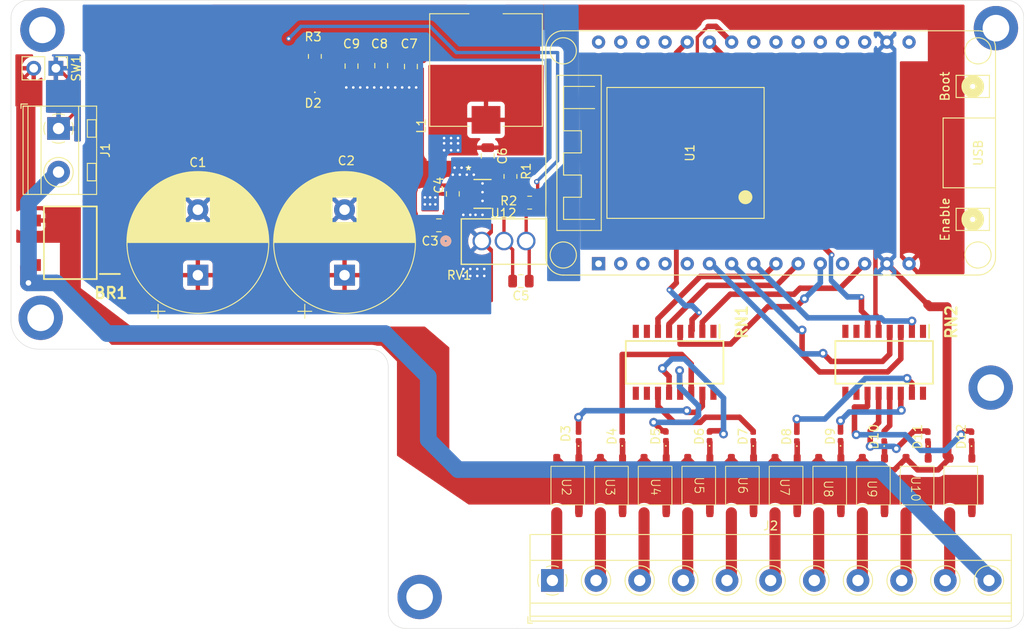
<source format=kicad_pcb>
(kicad_pcb (version 20240108) (generator "pcbnew") (generator_version "8.0")
  (layers (0 "F.Cu" signal) (31 "B.Cu" signal) (34 "B.Paste" user) (35 "F.Paste" user) (36 "B.SilkS" user "B.Silkscreen") (37 "F.SilkS" user "F.Silkscreen") (38 "B.Mask" user) (39 "F.Mask" user) (44 "Edge.Cuts" user))
  (net 0 "")
  (net 1 "VCC")
  (net 8 "/Vin")
  (net 9 "Net-(D2-A)")
  (net 21 "FB")
  (net 22 "Net-(D3-A)")
  (net 23 "Net-(C5-Pad1)")
  (net 24 "Net-(J2-Pin_3)")
  (net 25 "Net-(J2-Pin_8)")
  (net 26 "Net-(J2-Pin_6)")
  (net 27 "Net-(J2-Pin_1)")
  (net 28 "Net-(J2-Pin_4)")
  (net 29 "Net-(J2-Pin_5)")
  (net 30 "Net-(J2-Pin_2)")
  (net 31 "Net-(J2-Pin_7)")
  (net 32 "Net-(J2-Pin_10)")
  (net 33 "Net-(J2-Pin_9)")
  (net 34 "Net-(D3-K)")
  (net 36 "Net-(D4-A)")
  (net 37 "Net-(U1-IO21)")
  (net 38 "Net-(U1-IO13)")
  (net 40 "Net-(U1-IO14)")
  (net 41 "Net-(U1-IO26)")
  (net 43 "Net-(U1-IO27)")
  (net 45 "Net-(D4-K)")
  (net 47 "Net-(D5-K)")
  (net 48 "Net-(D5-A)")
  (net 50 "Net-(D6-K)")
  (net 51 "Net-(D6-A)")
  (net 52 "Net-(D7-K)")
  (net 53 "Net-(U1-IO33)")
  (net 55 "Net-(U1-IO32)")
  (net 58 "Net-(D7-A)")
  (net 60 "Net-(U1-IO18)")
  (net 62 "Net-(D8-A)")
  (net 63 "Net-(U1-IO25)")
  (net 64 "Net-(D8-K)")
  (net 65 "Net-(U1-IO19)")
  (net 67 "GND")
  (net 68 "Net-(D9-A)")
  (net 69 "Net-(D9-K)")
  (net 70 "Net-(D10-A)")
  (net 71 "Net-(D10-K)")
  (net 72 "Net-(D11-A)")
  (net 73 "Net-(D11-K)")
  (net 74 "Net-(D12-K)")
  (net 75 "Net-(D12-A)")
  (net 76 "SW")
  (net 77 "GNDPWR")
  (net 78 "AC")
  (net 79 "Net-(C6-Pad2)")
  (net 80 "BOOT")
  (net 82 "AC_to_SW")
  (footprint "Capacitor_SMD:C_0805_2012Metric" (layer "F.Cu") (at 147.6 102.2 90)
    (property "Reference" "C4")
    (property "Value" "10uF")
  )
  (footprint "esp32_devkit_v1:esp32_devkit_v1" (layer "F.Cu") (at 164.29 97.5 90)
    (property "Reference" "U1")
    (property "Value" "ESP32_DevKit_V1_DOIT")
  )
  (footprint "Capacitor_SMD:C_0805_2012Metric" (layer "F.Cu") (at 146 105.8 180)
    (property "Reference" "C3")
    (property "Value" "100nF")
  )
  (footprint "LED_SMD:LED_0402_1005Metric" (layer "F.Cu") (at 162 130 90)
    (property "Reference" "D3")
    (property "Value" "LED")
  )
  (footprint "SSR:OR-M4XXA" (layer "F.Cu") (at 162.04 132.5 -90)
    (property "Reference" "U2")
    (property "Value" "~")
  )
  (footprint "LED_SMD:LED_0402_1005Metric" (layer "F.Cu") (at 192 129.985 90)
    (property "Reference" "D9")
    (property "Value" "LED")
  )
  (footprint "SSR:OR-M4XXA" (layer "F.Cu") (at 207.04 132.5 -90)
    (property "Reference" "U11" (hide yes))
    (property "Value" "~")
  )
  (footprint "Capacitor_SMD:C_0805_2012Metric" (layer "F.Cu") (at 155.4 112.2 180)
    (property "Reference" "C5")
    (property "Value" "C")
  )
  (footprint "Connector_PinHeader_2.54mm:PinHeader_1x02_P2.54mm_Vertical" (layer "F.Cu") (at 102.14 87.8 -90)
    (property "Reference" "SW1")
    (property "Value" "SW_SPST" (hide yes))
  )
  (footprint "Potentiometer:RES3_PV36W103C01B00_BRN" (layer "F.Cu") (at 150.92 107.6)
    (property "Reference" "RV1")
    (property "Value" "25k")
  )
  (footprint "Capacitor_SMD:C_0805_2012Metric" (layer "F.Cu") (at 136 87.55 -90)
    (property "Reference" "C9")
    (property "Value" "100nF")
  )
  (footprint "LED_SMD:LED_0402_1005Metric" (layer "F.Cu") (at 182 130 90)
    (property "Reference" "D7")
    (property "Value" "LED")
  )
  (footprint "Bridge_rectifier:SOP510P1040X260-4N" (layer "F.Cu") (at 103.8 107.8 180)
    (property "Reference" "BR1")
    (property "Value" "DF04S" (hide yes))
  )
  (footprint "Capacitor_SMD:C_0805_2012Metric" (layer "F.Cu") (at 139.4 87.5 -90)
    (property "Reference" "C8")
    (property "Value" "22uF")
  )
  (footprint "TerminalBlock_Phoenix:TerminalBlock_Phoenix_MKDS-1,5-11_1x11_P5.00mm_Horizontal" (layer "F.Cu") (at 159 146.5)
    (property "Reference" "J2")
    (property "Value" "Screw_Terminal_01x11")
  )
  (footprint "SSR:OR-M4XXA" (layer "F.Cu") (at 202.04 132.5 -90)
    (property "Reference" "U10")
    (property "Value" "~")
  )
  (footprint "LED_SMD:LED_0402_1005Metric" (layer "F.Cu") (at 167 129.985 90)
    (property "Reference" "D4")
    (property "Value" "LED")
  )
  (footprint "LED_SMD:LED_0402_1005Metric" (layer "F.Cu") (at 187 130.015 90)
    (property "Reference" "D8")
    (property "Value" "LED")
  )
  (footprint "LED_SMD:LED_0402_1005Metric" (layer "F.Cu") (at 177 129.985 90)
    (property "Reference" "D6")
    (property "Value" "LED")
  )
  (footprint "LED_SMD:LED_0402_1005Metric" (layer "F.Cu") (at 207 130.015 90)
    (property "Reference" "D12")
    (property "Value" "LED")
  )
  (footprint "Resistor_Network:SOIC127P762X240-16N" (layer "F.Cu") (at 197 121.5 -90)
    (property "Reference" "RN2")
    (property "Value" "4816P-T02-681LF" (hide yes))
  )
  (footprint "LED_SMD:LED_0402_1005Metric" (layer "F.Cu") (at 202 130.015 90)
    (property "Reference" "D11")
    (property "Value" "LED")
  )
  (footprint "Resistor_Network:SOIC127P762X240-16N" (layer "F.Cu") (at 173 121.5 -90)
    (property "Reference" "RN1")
    (property "Value" "4816P-T02-681LF" (hide yes))
  )
  (footprint "Resistor_SMD:R_0805_2012Metric" (layer "F.Cu") (at 131.8 86.4375 -90)
    (property "Reference" "R3")
    (property "Value" "1k")
  )
  (footprint "LED_SMD:LED_0402_1005Metric" (layer "F.Cu") (at 197 130.015 90)
    (property "Reference" "D10")
    (property "Value" "LED")
  )
  (footprint "Capacitor_SMD:C_0805_2012Metric" (layer "F.Cu") (at 151.6 97.85 -90)
    (property "Reference" "C6")
    (property "Value" "100nF")
  )
  (footprint "Capacitor_SMD:C_0805_2012Metric" (layer "F.Cu") (at 142.8 87.6 -90)
    (property "Reference" "C7")
    (property "Value" "22uF")
  )
  (footprint "SSR:OR-M4XXA" (layer "F.Cu") (at 187.04 132.5 -90)
    (property "Reference" "U7")
    (property "Value" "~")
  )
  (footprint "SSR:OR-M4XXA" (layer "F.Cu") (at 172.04 132.5 -90)
    (property "Reference" "U4")
    (property "Value" "~")
  )
  (footprint "Inductor_SMD:L_Vishay_IHLP-5050" (layer "F.Cu") (at 151.4 88 90)
    (property "Reference" "L1")
    (property "Value" "15uH")
  )
  (footprint "SSR:OR-M4XXA" (layer "F.Cu") (at 197.04 132.5 -90)
    (property "Reference" "U9")
    (property "Value" "~")
  )
  (footprint "SSR:OR-M4XXA" (layer "F.Cu") (at 182.04 132.5 -90)
    (property "Reference" "U6")
    (property "Value" "~")
  )
  (footprint "LED_SMD:LED_0402_1005Metric" (layer "F.Cu") (at 131.8 89.465 90)
    (property "Reference" "D2")
    (property "Value" "LED")
  )
  (footprint "SSR:OR-M4XXA" (layer "F.Cu") (at 177.04 132.5 -90)
    (property "Reference" "U5")
    (property "Value" "~")
  )
  (footprint "footprints:TSOT23-6-A_TPK" (layer "F.Cu") (at 151 102.2)
    (property "Reference" "U12")
    (property "Value" "TPP362081-T6TR")
  )
  (footprint "Resistor_SMD:R_0805_2012Metric" (layer "F.Cu") (at 156.4 103.2 180)
    (property "Reference" "R2")
    (property "Value" "49.9")
  )
  (footprint "SSR:OR-M4XXA" (layer "F.Cu") (at 192.04 132.5 -90)
    (property "Reference" "U8")
    (property "Value" "~")
  )
  (footprint "Capacitor_THT:CP_Radial_D16.0mm_P7.50mm" (layer "F.Cu") (at 118.4 111.512755 90)
    (property "Reference" "C1")
    (property "Value" "1000uF")
  )
  (footprint "Resistor_SMD:R_0805_2012Metric" (layer "F.Cu") (at 154.2 100.2 -90)
    (property "Reference" "R1")
    (property "Value" "0")
  )
  (footprint "LED_SMD:LED_0402_1005Metric" (layer "F.Cu") (at 172 129.985 90)
    (property "Reference" "D5")
    (property "Value" "LED")
  )
  (footprint "SSR:OR-M4XXA" (layer "F.Cu") (at 167.04 132.5 -90)
    (property "Reference" "U3")
    (property "Value" "~")
  )
  (footprint "Capacitor_THT:CP_Radial_D16.0mm_P7.50mm" (layer "F.Cu") (at 135.2 111.512755 90)
    (property "Reference" "C2")
    (property "Value" "1000uF")
  )
  (footprint "TerminalBlock_MetzConnect:TerminalBlock_MetzConnect_Type094_RT03502HBLU_1x02_P5.00mm_Horizontal" (layer "F.Cu") (at 102.445 94.7 -90)
    (property "Reference" "J1")
    (property "Value" "Screw_Terminal_01x02" (hide yes))
  )
  (gr_line (start 140.2 122) (end 140.2 150) (stroke (width 0.05)) (layer "Edge.Cuts"))
  (gr_arc (start 138.2 120) (mid 139.614214 120.585786) (end 140.2 122) (stroke (width 0.05)) (layer "Edge.Cuts"))
  (gr_line (start 99 80) (end 211 80) (stroke (width 0.05)) (layer "Edge.Cuts"))
  (gr_arc (start 97 82) (mid 97.585786 80.585786) (end 99 80) (stroke (width 0.05)) (layer "Edge.Cuts"))
  (gr_line (start 100.2 120) (end 138.2 120) (stroke (width 0.05)) (layer "Edge.Cuts"))
  (gr_arc (start 142.2 152) (mid 140.785786 151.414214) (end 140.2 150) (stroke (width 0.05)) (layer "Edge.Cuts"))
  (gr_line (start 97 116.8) (end 97 82) (stroke (width 0.05)) (layer "Edge.Cuts"))
  (gr_arc (start 213 150) (mid 212.414214 151.414214) (end 211 152) (stroke (width 0.05)) (layer "Edge.Cuts"))
  (gr_arc (start 100.2 120) (mid 97.937258 119.062742) (end 97 116.8) (stroke (width 0.05)) (layer "Edge.Cuts"))
  (gr_arc (start 211 80) (mid 212.414214 80.585786) (end 213 82) (stroke (width 0.05)) (layer "Edge.Cuts"))
  (gr_line (start 213 82) (end 213 150) (stroke (width 0.05)) (layer "Edge.Cuts"))
  (gr_line (start 211 152) (end 155 152) (stroke (width 0.05)) (layer "Edge.Cuts"))
  (gr_line (start 155 152) (end 142.2 152) (stroke (width 0.05)) (layer "Edge.Cuts"))
  (via (at 100.6 83.4) (size 5.08) (drill 3.048) (layers "F.Cu" "B.Cu") (net 0))
  (via (at 143.8 148.4) (size 5.08) (drill 3.048) (layers "F.Cu" "B.Cu") (net 0))
  (via (at 209.2 124.4) (size 5.08) (drill 3.048) (layers "F.Cu" "B.Cu") (net 0))
  (via (at 100.4 116.4) (size 5.08) (drill 3.048) (layers "F.Cu" "B.Cu") (net 0))
  (via (at 209.8 83.2) (size 5.08) (drill 3.048) (layers "F.Cu" "B.Cu") (net 0))
  (segment (start 157.3125 100.9125) (end 157.2 100.8) (width 0.381) (layer "F.Cu") (net 1))
  (segment (start 157.3125 103.2) (end 157.3125 100.9125) (width 0.381) (layer "F.Cu") (net 1))
  (via (at 128.8 84.4) (size 0.6) (drill 0.3) (layers "F.Cu" "B.Cu") (net 1))
  (via (at 157.2 100.8) (size 0.6) (drill 0.3) (layers "F.Cu" "B.Cu") (net 1))
  (segment (start 157.2 100.8) (end 159.6 98.4) (width 0.381) (layer "B.Cu") (net 1))
  (segment (start 130.2 83) (end 128.8 84.4) (width 0.381) (layer "B.Cu") (net 1))
  (segment (start 145 83) (end 130.2 83) (width 0.381) (layer "B.Cu") (net 1))
  (segment (start 148 86) (end 145 83) (width 0.381) (layer "B.Cu") (net 1))
  (segment (start 159.6 98.4) (end 159.6 86) (width 0.381) (layer "B.Cu") (net 1))
  (segment (start 159.6 86) (end 148 86) (width 0.381) (layer "B.Cu") (net 1))
  (segment (start 131.8 87.35) (end 131.8 88.98) (width 0.381) (layer "F.Cu") (net 9))
  (segment (start 153.46 104.257451) (end 152.35255 103.150001) (width 0.381) (layer "F.Cu") (net 21))
  (segment (start 153.46 107.6) (end 153.46 104.257451) (width 0.381) (layer "F.Cu") (net 21))
  (segment (start 154.45 112.2) (end 154.45 108.59) (width 0.381) (layer "F.Cu") (net 21))
  (segment (start 154.45 108.59) (end 153.46 107.6) (width 0.381) (layer "F.Cu") (net 21))
  (segment (start 174.5905 127.2365) (end 174.4 127.046) (width 0.635) (layer "F.Cu") (net 22))
  (segment (start 175.47 127.2365) (end 174.5905 127.2365) (width 0.635) (layer "F.Cu") (net 22))
  (segment (start 162 127.8) (end 162 129.3645) (width 0.635) (layer "F.Cu") (net 22))
  (segment (start 176.175 126.5315) (end 175.47 127.2365) (width 0.635) (layer "F.Cu") (net 22))
  (segment (start 176.175 125.048) (end 176.175 126.5315) (width 0.635) (layer "F.Cu") (net 22))
  (via (at 174.4 127.046) (size 1.016) (drill 0.508) (layers "F.Cu" "B.Cu") (net 22))
  (via (at 162 127.8) (size 1.016) (drill 0.508) (layers "F.Cu" "B.Cu") (net 22))
  (segment (start 162.754 127.046) (end 162 127.8) (width 0.635) (layer "B.Cu") (net 22))
  (segment (start 174.4 127.046) (end 162.754 127.046) (width 0.635) (layer "B.Cu") (net 22))
  (segment (start 156 103.7125) (end 155.4875 103.2) (width 0.381) (layer "F.Cu") (net 23))
  (segment (start 156.35 107.95) (end 156 107.6) (width 0.381) (layer "F.Cu") (net 23))
  (segment (start 156 107.6) (end 156 103.7125) (width 0.381) (layer "F.Cu") (net 23))
  (segment (start 156.35 112.2) (end 156.35 107.95) (width 0.381) (layer "F.Cu") (net 23))
  (segment (start 169.5 146.5) (end 169.5 138.75) (width 1.27) (layer "F.Cu") (net 24))
  (segment (start 194.5 146.5) (end 194.5 138.75) (width 1.27) (layer "F.Cu") (net 25))
  (segment (start 184.5 146.5) (end 184.5 138.75) (width 1.27) (layer "F.Cu") (net 26))
  (segment (start 159.5 146.5) (end 159.5 138.75) (width 1.27) (layer "F.Cu") (net 27))
  (segment (start 174.5 146.5) (end 174.5 138.75) (width 1.27) (layer "F.Cu") (net 28))
  (segment (start 179.5 146.5) (end 179.5 138.75) (width 1.27) (layer "F.Cu") (net 29))
  (segment (start 164.5 146.5) (end 164.5 138.75) (width 1.27) (layer "F.Cu") (net 30))
  (segment (start 189.5 146.5) (end 189.5 138.75) (width 1.27) (layer "F.Cu") (net 31))
  (segment (start 204.5 146.5) (end 204.5 138.75) (width 1.27) (layer "F.Cu") (net 32))
  (segment (start 199.5 146.5) (end 199.5 138.75) (width 1.27) (layer "F.Cu") (net 33))
  (segment (start 162.04 130.6755) (end 162 130.6355) (width 0.635) (layer "F.Cu") (net 34))
  (segment (start 162.04 132.5) (end 162.04 130.6755) (width 0.635) (layer "F.Cu") (net 34))
  (segment (start 167 120.6) (end 167 129.3495) (width 0.635) (layer "F.Cu") (net 36))
  (segment (start 174.905 121.705) (end 173.8 120.6) (width 0.635) (layer "F.Cu") (net 36))
  (segment (start 173.8 120.6) (end 167 120.6) (width 0.635) (layer "F.Cu") (net 36))
  (segment (start 174.905 125.048) (end 174.905 121.705) (width 0.635) (layer "F.Cu") (net 36))
  (segment (start 175 117.857) (end 174.905 117.952) (width 0.635) (layer "F.Cu") (net 37))
  (segment (start 173.2 86.05) (end 173.2 112.4) (width 0.5588) (layer "F.Cu") (net 37))
  (segment (start 175.8 115.8) (end 175 116.6) (width 0.635) (layer "F.Cu") (net 37))
  (segment (start 174.45 84.8) (end 173.2 86.05) (width 0.635) (layer "F.Cu") (net 37))
  (segment (start 173.2 112.4) (end 172.4 113.2) (width 0.635) (layer "F.Cu") (net 37))
  (segment (start 175 116.6) (end 175 117.857) (width 0.635) (layer "F.Cu") (net 37))
  (via (at 175.8 115.8) (size 0.6) (drill 0.3) (layers "F.Cu" "B.Cu") (net 37))
  (via (at 172.4 113.2) (size 0.6) (drill 0.3) (layers "F.Cu" "B.Cu") (net 37))
  (segment (start 175.015996 115.015996) (end 174.215996 115.015996) (width 0.635) (layer "B.Cu") (net 37))
  (segment (start 174.215996 115.015996) (end 172.4 113.2) (width 0.635) (layer "B.Cu") (net 37))
  (segment (start 175.8 115.8) (end 175.015996 115.015996) (width 0.635) (layer "B.Cu") (net 37))
  (segment (start 179.375 113.698) (end 176.175 116.898) (width 0.635) (layer "F.Cu") (net 38))
  (segment (start 191.96 113.01) (end 187.366 113.01) (width 0.635) (layer "F.Cu") (net 38))
  (segment (start 187.366 113.01) (end 186.679 113.698) (width 0.635) (layer "F.Cu") (net 38))
  (segment (start 194.77 110.2) (end 191.96 113.01) (width 0.635) (layer "F.Cu") (net 38))
  (segment (start 186.679 113.698) (end 179.375 113.698) (width 0.635) (layer "F.Cu") (net 38))
  (segment (start 176.175 116.898) (end 176.175 117.952) (width 0.635) (layer "F.Cu") (net 38))
  (segment (start 183.688 115.128) (end 186.957 115.128) (width 0.635) (layer "F.Cu") (net 40))
  (segment (start 186.957 115.128) (end 187.867 114.218) (width 0.635) (layer "F.Cu") (net 40))
  (segment (start 173.635 117.952) (end 173.635 119.405) (width 0.635) (layer "F.Cu") (net 40))
  (segment (start 179.412 119.405) (end 183.688 115.128) (width 0.635) (layer "F.Cu") (net 40))
  (segment (start 173.635 119.405) (end 179.412 119.405) (width 0.635) (layer "F.Cu") (net 40))
  (via (at 187.867 114.218) (size 1.016) (drill 0.508) (layers "F.Cu" "B.Cu") (net 40))
  (segment (start 189.69 112.395) (end 187.867 114.218) (width 0.635) (layer "B.Cu") (net 40))
  (segment (start 189.69 110.2) (end 189.69 112.395) (width 0.635) (layer "B.Cu") (net 40))
  (segment (start 183.148 111.662) (end 175.932 111.662) (width 0.635) (layer "F.Cu") (net 41))
  (segment (start 175.932 111.662) (end 171.095 116.499) (width 0.635) (layer "F.Cu") (net 41))
  (segment (start 171.095 116.499) (end 171.095 117.952) (width 0.635) (layer "F.Cu") (net 41))
  (segment (start 184.61 110.2) (end 183.148 111.662) (width 0.635) (layer "F.Cu") (net 41))
  (segment (start 187.15 110.2) (end 184.67 112.68) (width 0.635) (layer "F.Cu") (net 43))
  (segment (start 176.803 112.68) (end 172.365 117.118) (width 0.635) (layer "F.Cu") (net 43))
  (segment (start 184.67 112.68) (end 176.803 112.68) (width 0.635) (layer "F.Cu") (net 43))
  (segment (start 172.365 117.118) (end 172.365 117.952) (width 0.635) (layer "F.Cu") (net 43))
  (segment (start 167.04 130.6605) (end 167 130.6205) (width 0.635) (layer "F.Cu") (net 45))
  (segment (start 167.04 132.5) (end 167.04 130.6605) (width 0.635) (layer "F.Cu") (net 45))
  (segment (start 172.04 130.6605) (end 172 130.6205) (width 0.635) (layer "F.Cu") (net 47))
  (segment (start 172.04 132.5) (end 172.04 130.6605) (width 0.635) (layer "F.Cu") (net 47))
  (segment (start 173.5715 122.442927) (end 173.5715 123.9715) (width 0.635) (layer "F.Cu") (net 48))
  (segment (start 173.5715 123.9715) (end 173.635 124.035) (width 0.635) (layer "F.Cu") (net 48))
  (segment (start 170.6 128.3795) (end 171.57 129.3495) (width 0.635) (layer "F.Cu") (net 48))
  (segment (start 173.635 124.035) (end 173.635 125.048) (width 0.635) (layer "F.Cu") (net 48))
  (segment (start 171.57 129.3495) (end 172 129.3495) (width 0.635) (layer "F.Cu") (net 48))
  (via (at 170.6 128.3795) (size 1.016) (drill 0.508) (layers "F.Cu" "B.Cu") (net 48))
  (via (at 173.5715 122.442927) (size 1.016) (drill 0.508) (layers "F.Cu" "B.Cu") (net 48))
  (segment (start 174.952354 128.3795) (end 170.6 128.3795) (width 0.635) (layer "B.Cu") (net 48))
  (segment (start 175.7335 126.493646) (end 175.7335 127.598354) (width 0.635) (layer "B.Cu") (net 48))
  (segment (start 175.7335 127.598354) (end 174.952354 128.3795) (width 0.635) (layer "B.Cu") (net 48))
  (segment (start 173.5715 124.331646) (end 175.7335 126.493646) (width 0.635) (layer "B.Cu") (net 48))
  (segment (start 173.5715 122.442927) (end 173.5715 124.331646) (width 0.635) (layer "B.Cu") (net 48))
  (segment (start 177.04 130.6605) (end 177 130.6205) (width 0.635) (layer "F.Cu") (net 50))
  (segment (start 177.04 132.5) (end 177.04 130.6605) (width 0.635) (layer "F.Cu") (net 50))
  (segment (start 178.2365 129.3495) (end 177 129.3495) (width 0.635) (layer "F.Cu") (net 51))
  (segment (start 172.365 125.048) (end 172.365 123.122281) (width 0.635) (layer "F.Cu") (net 51))
  (segment (start 178.6 129.713) (end 178.2365 129.3495) (width 0.635) (layer "F.Cu") (net 51))
  (segment (start 171.6 122.357281) (end 171.6 122.2) (width 0.635) (layer "F.Cu") (net 51))
  (segment (start 172.365 123.122281) (end 171.6 122.357281) (width 0.635) (layer "F.Cu") (net 51))
  (via (at 178.6 129.713) (size 1.016) (drill 0.508) (layers "F.Cu" "B.Cu") (net 51))
  (via (at 171.6 122.2) (size 1.016) (drill 0.508) (layers "F.Cu" "B.Cu") (net 51))
  (segment (start 172.690573 121.109427) (end 171.6 122.2) (width 0.635) (layer "B.Cu") (net 51))
  (segment (start 178.6 129.713) (end 178.6 125.585573) (width 0.635) (layer "B.Cu") (net 51))
  (segment (start 178.6 125.585573) (end 174.123854 121.109427) (width 0.635) (layer "B.Cu") (net 51))
  (segment (start 174.123854 121.109427) (end 172.690573 121.109427) (width 0.635) (layer "B.Cu") (net 51))
  (segment (start 182.04 130.6755) (end 182 130.6355) (width 0.635) (layer "F.Cu") (net 52))
  (segment (start 182.04 132.5) (end 182.04 130.6755) (width 0.635) (layer "F.Cu") (net 52))
  (segment (start 187.6 117.8) (end 187.6 120.6) (width 0.635) (layer "F.Cu") (net 53))
  (segment (start 197.4 122.6) (end 198.905 121.095) (width 0.635) (layer "F.Cu") (net 53))
  (segment (start 187.6 120.6) (end 189.6 122.6) (width 0.635) (layer "F.Cu") (net 53))
  (segment (start 198.905 121.095) (end 198.905 117.952) (width 0.635) (layer "F.Cu") (net 53))
  (segment (start 189.6 122.6) (end 197.4 122.6) (width 0.635) (layer "F.Cu") (net 53))
  (via (at 187.6 117.8) (size 1.016) (drill 0.508) (layers "F.Cu" "B.Cu") (net 53))
  (segment (start 187.6 117.8) (end 187.13 117.8) (width 0.635) (layer "B.Cu") (net 53))
  (segment (start 187.13 117.8) (end 179.53 110.2) (width 0.635) (layer "B.Cu") (net 53))
  (segment (start 197.635 120.565) (end 197.635 117.952) (width 0.635) (layer "F.Cu") (net 55))
  (segment (start 196.8 121.4) (end 197.635 120.565) (width 0.635) (layer "F.Cu") (net 55))
  (segment (start 190.9335 121.4) (end 196.8 121.4) (width 0.635) (layer "F.Cu") (net 55))
  (segment (start 190 120.4665) (end 190.9335 121.4) (width 0.635) (layer "F.Cu") (net 55))
  (via (at 190 120.4665) (size 1.016) (drill 0.508) (layers "F.Cu" "B.Cu") (net 55))
  (segment (start 189.9345 120.532) (end 187.532 120.532) (width 0.635) (layer "B.Cu") (net 55))
  (segment (start 190 120.4665) (end 189.9345 120.532) (width 0.635) (layer "B.Cu") (net 55))
  (segment (start 187.532 120.532) (end 177.2 110.2) (width 0.635) (layer "B.Cu") (net 55))
  (segment (start 177.2 110.2) (end 176.99 110.2) (width 0.635) (layer "B.Cu") (net 55))
  (segment (start 171.095 126.5315) (end 172.943 128.3795) (width 0.635) (layer "F.Cu") (net 58))
  (segment (start 180.4355 127.8) (end 182 129.3645) (width 0.635) (layer "F.Cu") (net 58))
  (segment (start 175.943446 128.3795) (end 176.522946 127.8) (width 0.635) (layer "F.Cu") (net 58))
  (segment (start 171.095 125.048) (end 171.095 126.5315) (width 0.635) (layer "F.Cu") (net 58))
  (segment (start 172.943 128.3795) (end 175.943446 128.3795) (width 0.635) (layer "F.Cu") (net 58))
  (segment (start 176.522946 127.8) (end 180.4355 127.8) (width 0.635) (layer "F.Cu") (net 58))
  (segment (start 195.095 116.295) (end 195.095 117.952) (width 0.635) (layer "F.Cu") (net 60))
  (segment (start 194.4 115.6) (end 195.095 116.295) (width 0.635) (layer "F.Cu") (net 60))
  (segment (start 175.6025 93.8025) (end 191 109.2) (width 0.635) (layer "F.Cu") (net 60))
  (segment (start 194.4 114) (end 194.4 115.6) (width 0.635) (layer "F.Cu") (net 60))
  (segment (start 176.8375 83) (end 175.6025 84.235) (width 0.381) (layer "F.Cu") (net 60))
  (segment (start 175.6025 84.235) (end 175.6025 93.8025) (width 0.381) (layer "F.Cu") (net 60))
  (segment (start 179.53 84.8) (end 177.73 83) (width 0.635) (layer "F.Cu") (net 60))
  (segment (start 177.73 83) (end 176.8375 83) (width 0.635) (layer "F.Cu") (net 60))
  (via (at 191 109.2) (size 0.6) (drill 0.3) (layers "F.Cu" "B.Cu") (net 60))
  (via (at 194.4 114) (size 0.6) (drill 0.3) (layers "F.Cu" "B.Cu") (net 60))
  (segment (start 190.906 109.294) (end 190.906 112.106) (width 0.508) (layer "B.Cu") (net 60))
  (segment (start 191 109.2) (end 190.906 109.294) (width 0.508) (layer "B.Cu") (net 60))
  (segment (start 190.906 112.106) (end 191 112.2) (width 0.508) (layer "B.Cu") (net 60))
  (segment (start 192.8 114) (end 194.4 114) (width 0.635) (layer "B.Cu") (net 60))
  (segment (start 191 112.2) (end 192.8 114) (width 0.635) (layer "B.Cu") (net 60))
  (segment (start 200.175 123.902169) (end 199.620255 123.347424) (width 0.635) (layer "F.Cu") (net 62))
  (segment (start 187 128) (end 187 129.3795) (width 0.635) (layer "F.Cu") (net 62))
  (segment (start 200.175 125.048) (end 200.175 123.902169) (width 0.635) (layer "F.Cu") (net 62))
  (via (at 199.620255 123.347424) (size 1.016) (drill 0.508) (layers "F.Cu" "B.Cu") (net 62))
  (via (at 187 128) (size 1.016) (drill 0.508) (layers "F.Cu" "B.Cu") (net 62))
  (segment (start 190.2 128) (end 187 128) (width 0.635) (layer "B.Cu") (net 62))
  (segment (start 194.852576 123.347424) (end 190.2 128) (width 0.635) (layer "B.Cu") (net 62))
  (segment (start 199.620255 123.347424) (end 194.852576 123.347424) (width 0.635) (layer "B.Cu") (net 62))
  (segment (start 200.175 116.76839) (end 200.175 117.952) (width 0.635) (layer "F.Cu") (net 63))
  (segment (start 200.174999 116.768389) (end 200.175 116.76839) (width 0.635) (layer "F.Cu") (net 63))
  (via (at 200.174999 116.768389) (size 1.016) (drill 0.508) (layers "F.Cu" "B.Cu") (net 63))
  (segment (start 188.27 116.4) (end 182.07 110.2) (width 0.635) (layer "B.Cu") (net 63))
  (segment (start 196.632168 116.4) (end 188.27 116.4) (width 0.635) (layer "B.Cu") (net 63))
  (segment (start 200.174999 116.768389) (end 197.000557 116.768389) (width 0.635) (layer "B.Cu") (net 63))
  (segment (start 197.000557 116.768389) (end 196.632168 116.4) (width 0.635) (layer "B.Cu") (net 63))
  (segment (start 187.04 132.5) (end 187.04 130.6905) (width 0.635) (layer "F.Cu") (net 64))
  (segment (start 187.04 130.6905) (end 187 130.6505) (width 0.635) (layer "F.Cu") (net 64))
  (segment (start 196.365 116.365) (end 196.365 117.952) (width 0.508) (layer "F.Cu") (net 65))
  (segment (start 196 116) (end 196.365 116.365) (width 0.508) (layer "F.Cu") (net 65))
  (segment (start 195.9225 103.7325) (end 196 103.81) (width 0.508) (layer "F.Cu") (net 65))
  (segment (start 196 103.81) (end 196 116) (width 0.508) (layer "F.Cu") (net 65))
  (segment (start 176.99 84.8) (end 195.9225 103.7325) (width 0.635) (layer "F.Cu") (net 65))
  (segment (start 195.8255 133.8255) (end 198.1745 133.8255) (width 0.635) (layer "F.Cu") (net 67))
  (segment (start 164.5 132.5) (end 165.8255 133.8255) (width 0.635) (layer "F.Cu") (net 67))
  (segment (start 198.1745 133.8255) (end 199.5 132.5) (width 0.635) (layer "F.Cu") (net 67))
  (segment (start 183.1745 133.8255) (end 184.5 132.5) (width 0.635) (layer "F.Cu") (net 67))
  (segment (start 163.1745 133.8255) (end 164.5 132.5) (width 0.635) (layer "F.Cu") (net 67))
  (segment (start 201.9765 114.8665) (end 197.31 110.2) (width 0.635) (layer "F.Cu") (net 67))
  (segment (start 199.5 132.5) (end 200.8255 133.8255) (width 0.635) (layer "F.Cu") (net 67))
  (segment (start 179.5 132.5) (end 180.8255 133.8255) (width 0.635) (layer "F.Cu") (net 67))
  (segment (start 174.5 132.5) (end 175.8255 133.8255) (width 0.635) (layer "F.Cu") (net 67))
  (segment (start 189.5 132.5) (end 190.8255 133.8255) (width 0.635) (layer "F.Cu") (net 67))
  (segment (start 204.2 115.133) (end 202.243 115.133) (width 1.016) (layer "F.Cu") (net 67))
  (segment (start 170.8255 133.8255) (end 173.1745 133.8255) (width 0.635) (layer "F.Cu") (net 67))
  (segment (start 188.1745 133.8255) (end 189.5 132.5) (width 0.635) (layer "F.Cu") (net 67))
  (segment (start 190.8255 133.8255) (end 193.1745 133.8255) (width 0.635) (layer "F.Cu") (net 67))
  (segment (start 185.8255 133.8255) (end 188.1745 133.8255) (width 0.635) (layer "F.Cu") (net 67))
  (segment (start 204.4665 132.4665) (end 204.2 132.2) (width 1.016) (layer "F.Cu") (net 67))
  (segment (start 184.5 132.5) (end 185.8255 133.8255) (width 0.635) (layer "F.Cu") (net 67))
  (segment (start 173.1745 133.8255) (end 174.5 132.5) (width 0.635) (layer "F.Cu") (net 67))
  (segment (start 200.8255 133.8255) (end 203.1745 133.8255) (width 0.635) (layer "F.Cu") (net 67))
  (segment (start 178.1745 133.8255) (end 179.5 132.5) (width 0.635) (layer "F.Cu") (net 67))
  (segment (start 203.1745 133.8255) (end 204.5 132.5) (width 0.635) (layer "F.Cu") (net 67))
  (segment (start 202.243 115.133) (end 201.9765 114.8665) (width 1.016) (layer "F.Cu") (net 67))
  (segment (start 175.8255 133.8255) (end 178.1745 133.8255) (width 0.635) (layer "F.Cu") (net 67))
  (segment (start 180.8255 133.8255) (end 183.1745 133.8255) (width 0.635) (layer "F.Cu") (net 67))
  (segment (start 169.5 132.5) (end 170.8255 133.8255) (width 0.635) (layer "F.Cu") (net 67))
  (segment (start 168.1745 133.8255) (end 169.5 132.5) (width 0.635) (layer "F.Cu") (net 67))
  (segment (start 165.8255 133.8255) (end 168.1745 133.8255) (width 0.635) (layer "F.Cu") (net 67))
  (segment (start 193.1745 133.8255) (end 194.5 132.5) (width 0.635) (layer "F.Cu") (net 67))
  (segment (start 160.8255 133.8255) (end 163.1745 133.8255) (width 0.635) (layer "F.Cu") (net 67))
  (segment (start 204.2 132.2) (end 204.2 115.133) (width 1.016) (layer "F.Cu") (net 67))
  (segment (start 204.5 132.5) (end 204.4665 132.4665) (width 0.635) (layer "F.Cu") (net 67))
  (segment (start 159.5 132.5) (end 160.8255 133.8255) (width 0.635) (layer "F.Cu") (net 67))
  (segment (start 194.5 132.5) (end 195.8255 133.8255) (width 0.635) (layer "F.Cu") (net 67))
  (via (at 149.6 111.6) (size 0.6) (drill 0.3) (layers "F.Cu" "B.Cu") (net 67))
  (via (at 151.2 110.8) (size 0.6) (drill 0.3) (layers "F.Cu" "B.Cu") (net 67))
  (via (at 151 103) (size 0.6) (drill 0.3) (layers "F.Cu" "B.Cu") (net 67))
  (via (at 143.4 90) (size 0.6) (drill 0.3) (layers "F.Cu" "B.Cu") (net 67))
  (via (at 137.8 90) (size 0.6) (drill 0.3) (layers "F.Cu" "B.Cu") (net 67))
  (via (at 149.6 104.6) (size 0.6) (drill 0.3) (layers "F.Cu" "B.Cu") (net 67))
  (via (at 148.8 111.6) (size 0.6) (drill 0.3) (layers "F.Cu" "B.Cu") (net 67))
  (via (at 147.8 99.2) (size 0.6) (drill 0.3) (layers "F.Cu" "B.Cu") (net 67))
  (via (at 148.6 99.2) (size 0.6) (drill 0.3) (layers "F.Cu" "B.Cu") (net 67))
  (via (at 141 90) (size 0.6) (drill 0.3) (layers "F.Cu" "B.Cu") (net 67))
  (via (at 142.6 90) (size 0.6) (drill 0.3) (layers "F.Cu" "B.Cu") (net 67))
  (via (at 150.4 111.6) (size 0.6) (drill 0.3) (layers "F.Cu" "B.Cu") (net 67))
  (via (at 149.6 110.8) (size 0.6) (drill 0.3) (layers "F.Cu" "B.Cu") (net 67))
  (via (at 135.4 90) (size 0.6) (drill 0.3) (layers "F.Cu" "B.Cu") (net 67))
  (via (at 141.8 90) (size 0.6) (drill 0.3) (layers "F.Cu" "B.Cu") (net 67))
  (via (at 150.4 110.8) (size 0.6) (drill 0.3) (layers "F.Cu" "B.Cu") (net 67))
  (via (at 140.2 90) (size 0.6) (drill 0.3) (layers "F.Cu" "B.Cu") (net 67))
  (via (at 151 104.6) (size 0.6) (drill 0.3) (layers "F.Cu" "B.Cu") (net 67))
  (via (at 150 100) (size 0.6) (drill 0.3) (layers "F.Cu" "B.Cu") (net 67))
  (via (at 147.6 100) (size 0.6) (drill 0.3) (layers "F.Cu" "B.Cu") (net 67))
  (via (at 149.4 99.2) (size 0.6) (drill 0.3) (layers "F.Cu" "B.Cu") (net 67))
  (via (at 148.4 100) (size 0.6) (drill 0.3) (layers "F.Cu" "B.Cu") (net 67))
  (via (at 150.2 104.6) (size 0.6) (drill 0.3) (layers "F.Cu" "B.Cu") (net 67))
  (via (at 148.8 104.6) (size 0.6) (drill 0.3) (layers "F.Cu" "B.Cu") (net 67))
  (via (at 139.4 90) (size 0.6) (drill 0.3) (layers "F.Cu" "B.Cu") (net 67))
  (via (at 148.8 110.8) (size 0.6) (drill 0.3) (layers "F.Cu" "B.Cu") (net 67))
  (via (at 151.2 111.6) (size 0.6) (drill 0.3) (layers "F.Cu" "B.Cu") (net 67))
  (via (at 151 102) (size 0.6) (drill 0.3) (layers "F.Cu" "B.Cu") (net 67))
  (via (at 151 101) (size 0.6) (drill 0.3) (layers "F.Cu" "B.Cu") (net 67))
  (via (at 137 90) (size 0.6) (drill 0.3) (layers "F.Cu" "B.Cu") (net 67))
  (via (at 138.6 90) (size 0.6) (drill 0.3) (layers "F.Cu" "B.Cu") (net 67))
  (via (at 136.2 90) (size 0.6) (drill 0.3) (layers "F.Cu" "B.Cu") (net 67))
  (via (at 149.2 100) (size 0.6) (drill 0.3) (layers "F.Cu" "B.Cu") (net 67))
  (segment (start 192 128.2) (end 192 129.3495) (width 0.635) (layer "F.Cu") (net 68))
  (segment (start 198.905 126.9365) (end 198.9685 127) (width 0.635) (layer "F.Cu") (net 68))
  (segment (start 198.905 125.048) (end 198.905 126.9365) (width 0.635) (layer "F.Cu") (net 68))
  (via (at 198.9685 127) (size 1.016) (drill 0.508) (layers "F.Cu" "B.Cu") (net 68))
  (via (at 192 128.2) (size 1.016) (drill 0.508) (layers "F.Cu" "B.Cu") (net 68))
  (segment (start 193 127.2) (end 192 128.2) (width 0.635) (layer "B.Cu") (net 68))
  (segment (start 198.7685 127.2) (end 193 127.2) (width 0.635) (layer "B.Cu") (net 68))
  (segment (start 198.9685 127) (end 198.7685 127.2) (width 0.635) (layer "B.Cu") (net 68))
  (segment (start 192.04 130.6605) (end 192 130.6205) (width 0.635) (layer "F.Cu") (net 69))
  (segment (start 192.04 132.5) (end 192.04 130.6605) (width 0.635) (layer "F.Cu") (net 69))
  (segment (start 197.635 128.7445) (end 197 129.3795) (width 0.635) (layer "F.Cu") (net 70))
  (segment (start 197.635 125.048) (end 197.635 128.7445) (width 0.635) (layer "F.Cu") (net 70))
  (segment (start 197.04 130.6905) (end 197 130.6505) (width 0.635) (layer "F.Cu") (net 71))
  (segment (start 197.04 132.5) (end 197.04 130.6905) (width 0.635) (layer "F.Cu") (net 71))
  (segment (start 198.388535 131.389812) (end 200.398847 129.3795) (width 0.635) (layer "F.Cu") (net 72))
  (segment (start 195.4 129.363054) (end 195.4 131.1335) (width 0.635) (layer "F.Cu") (net 72))
  (segment (start 196.365 128.398054) (end 195.4 129.363054) (width 0.635) (layer "F.Cu") (net 72))
  (segment (start 200.398847 129.3795) (end 202 129.3795) (width 0.635) (layer "F.Cu") (net 72))
  (segment (start 196.365 125.048) (end 196.365 128.398054) (width 0.635) (layer "F.Cu") (net 72))
  (via (at 198.388535 131.389812) (size 1.016) (drill 0.508) (layers "F.Cu" "B.Cu") (net 72))
  (via (at 195.4 131.1335) (size 1.016) (drill 0.508) (layers "F.Cu" "B.Cu") (net 72))
  (segment (start 198.132223 131.1335) (end 198.388535 131.389812) (width 0.635) (layer "B.Cu") (net 72))
  (segment (start 195.4 131.1335) (end 198.132223 131.1335) (width 0.635) (layer "B.Cu") (net 72))
  (segment (start 202.04 130.6905) (end 202 130.6505) (width 0.635) (layer "F.Cu") (net 73))
  (segment (start 202.04 132.5) (end 202.04 130.6905) (width 0.635) (layer "F.Cu") (net 73))
  (segment (start 207.04 130.6905) (end 207 130.6505) (width 0.635) (layer "F.Cu") (net 74))
  (segment (start 207.04 132.5) (end 207.04 130.6905) (width 0.635) (layer "F.Cu") (net 74))
  (segment (start 195.095 126.5315) (end 195.095 125.048) (width 0.635) (layer "F.Cu") (net 75))
  (segment (start 193.6 126.626) (end 195.0005 126.626) (width 0.635) (layer "F.Cu") (net 75))
  (segment (start 206.2205 129.3795) (end 207 129.3795) (width 0.635) (layer "F.Cu") (net 75))
  (segment (start 205.8 129.8) (end 206.2205 129.3795) (width 0.635) (layer "F.Cu") (net 75))
  (segment (start 193.8 129.8) (end 193.6 129.6) (width 0.635) (layer "F.Cu") (net 75))
  (segment (start 195.0005 126.626) (end 195.095 126.5315) (width 0.635) (layer "F.Cu") (net 75))
  (segment (start 193.6 129.6) (end 193.6 126.626) (width 0.635) (layer "F.Cu") (net 75))
  (via (at 193.8 129.8) (size 1.016) (drill 0.508) (layers "F.Cu" "B.Cu") (net 75))
  (via (at 205.8 129.8) (size 1.016) (drill 0.508) (layers "F.Cu" "B.Cu") (net 75))
  (segment (start 199.4 129.8) (end 201.2 131.6) (width 0.635) (layer "B.Cu") (net 75))
  (segment (start 201.2 131.6) (end 204 131.6) (width 0.635) (layer "B.Cu") (net 75))
  (segment (start 204 131.6) (end 205.8 129.8) (width 0.635) (layer "B.Cu") (net 75))
  (segment (start 193.8 129.8) (end 199.4 129.8) (width 0.635) (layer "B.Cu") (net 75))
  (segment (start 149.64745 102.2) (end 146.4 102.2) (width 0.4572) (layer "F.Cu") (net 76))
  (via (at 148.2 97.2) (size 0.6) (drill 0.3) (layers "F.Cu" "B.Cu") (net 76))
  (via (at 144.4 102.6) (size 0.6) (drill 0.3) (layers "F.Cu" "B.Cu") (net 76))
  (via (at 148.2 96.4) (size 0.6) (drill 0.3) (layers "F.Cu" "B.Cu") (net 76))
  (via (at 145.6 102.6) (size 0.6) (drill 0.3) (layers "F.Cu" "B.Cu") (net 76))
  (via (at 145 102.6) (size 0.6) (drill 0.3) (layers "F.Cu" "B.Cu") (net 76))
  (via (at 148.2 95.8) (size 0.6) (drill 0.3) (layers "F.Cu" "B.Cu") (net 76))
  (via (at 147.4 97.2) (size 0.6) (drill 0.3) (layers "F.Cu" "B.Cu") (net 76))
  (via (at 147.4 95.8) (size 0.6) (drill 0.3) (layers "F.Cu" "B.Cu") (net 76))
  (via (at 146.6 96.4) (size 0.6) (drill 0.3) (layers "F.Cu" "B.Cu") (net 76))
  (via (at 146.6 95.8) (size 0.6) (drill 0.3) (layers "F.Cu" "B.Cu") (net 76))
  (via (at 147.4 96.4) (size 0.6) (drill 0.3) (layers "F.Cu" "B.Cu") (net 76))
  (via (at 144.4 103.4) (size 0.6) (drill 0.3) (layers "F.Cu" "B.Cu") (net 76))
  (via (at 145.6 103.4) (size 0.6) (drill 0.3) (layers "F.Cu" "B.Cu") (net 76))
  (via (at 145 103.4) (size 0.6) (drill 0.3) (layers "F.Cu" "B.Cu") (net 76))
  (via (at 146.6 97.2) (size 0.6) (drill 0.3) (layers "F.Cu" "B.Cu") (net 76))
  (segment (start 99 110.625) (end 99.275 110.35) (width 1.905) (layer "F.Cu") (net 77))
  (segment (start 99 112.4) (end 99 110.625) (width 1.905) (layer "F.Cu") (net 77))
  (via (at 99 112.4) (size 1.905) (drill 0.635) (layers "F.Cu" "B.Cu") (net 77))
  (segment (start 209.019 146.5) (end 209.26 146.5) (width 1.905) (layer "B.Cu") (net 77))
  (segment (start 99 103.145) (end 99 112.4) (width 1.905) (layer "B.Cu") (net 77))
  (segment (start 148.2 133.8) (end 144.787146 130.387146) (width 1.905) (layer "B.Cu") (net 77))
  (segment (start 209.26 146.5) (end 209.5 146.5) (width 1.905) (layer "B.Cu") (net 77))
  (segment (start 196.56 133.8) (end 148.2 133.8) (width 1.905) (layer "B.Cu") (net 77))
  (segment (start 144.787146 130.387146) (end 144.787146 123.150305) (width 1.905) (layer "B.Cu") (net 77))
  (segment (start 102.445 99.7) (end 99 103.145) (width 1.905) (layer "B.Cu") (net 77))
  (segment (start 102.2 112.4) (end 99 112.4) (width 1.905) (layer "B.Cu") (net 77))
  (segment (start 209.26 146.5) (end 196.56 133.8) (width 1.905) (layer "B.Cu") (net 77))
  (segment (start 139.836841 118.2) (end 108 118.2) (width 1.905) (layer "B.Cu") (net 77))
  (segment (start 108 118.2) (end 102.2 112.4) (width 1.905) (layer "B.Cu") (net 77))
  (segment (start 144.787146 123.150305) (end 139.836841 118.2) (width 1.905) (layer "B.Cu") (net 77))
  (segment (start 207.04 136.323) (end 207.04 138.75) (width 0.889) (layer "F.Cu") (net 78))
  (segment (start 99.275 104.675) (end 99.275 105.25) (width 0.381) (layer "F.Cu") (net 78))
  (segment (start 192.04 136.509) (end 192.04 138.75) (width 0.889) (layer "F.Cu") (net 78))
  (segment (start 197.04 136.322) (end 197.04 138.75) (width 0.889) (layer "F.Cu") (net 78))
  (segment (start 177.04 137.07) (end 177.04 138.75) (width 0.889) (layer "F.Cu") (net 78))
  (segment (start 172.04 137.151) (end 172.04 138.75) (width 0.889) (layer "F.Cu") (net 78))
  (segment (start 187.04 136.696) (end 187.04 138.75) (width 0.889) (layer "F.Cu") (net 78))
  (segment (start 98 89.4) (end 98 103.4) (width 0.381) (layer "F.Cu") (net 78))
  (segment (start 98 103.4) (end 99.275 104.675) (width 0.381) (layer "F.Cu") (net 78))
  (segment (start 202.04 136.29) (end 202.04 138.75) (width 0.889) (layer "F.Cu") (net 78))
  (segment (start 182.04 136.883) (end 182.04 138.75) (width 0.889) (layer "F.Cu") (net 78))
  (segment (start 99.6 87.8) (end 98 89.4) (width 0.381) (layer "F.Cu") (net 78))
  (segment (start 167.04 136.964) (end 167.04 138.75) (width 0.889) (layer "F.Cu") (net 78))
  (segment (start 162.04 136.777) (end 162.04 138.75) (width 0.889) (layer "F.Cu") (net 78))
  (segment (start 152.0875 99.2875) (end 151.6 98.8) (width 0.381) (layer "F.Cu") (net 79))
  (segment (start 154.2 99.2875) (end 152.0875 99.2875) (width 0.381) (layer "F.Cu") (net 79))
  (segment (start 154.2 101.1125) (end 152.490049 101.1125) (width 0.381) (layer "F.Cu") (net 80))
  (segment (start 152.490049 101.1125) (end 152.35255 101.249999) (width 0.381) (layer "F.Cu") (net 80))
  (segment (start 102.4 87.8) (end 102.14 87.8) (width 0.381) (layer "F.Cu") (net 82))
  (segment (start 102.5 94.7) (end 104.2 93) (width 0.381) (layer "F.Cu") (net 82))
  (segment (start 104.2 93) (end 104.2 89.6) (width 0.381) (layer "F.Cu") (net 82))
  (segment (start 104.2 89.6) (end 102.4 87.8) (width 0.381) (layer "F.Cu") (net 82))
  (segment (start 102.445 94.7) (end 102.5 94.7) (width 0.381) (layer "F.Cu") (net 82))
  (zone (net 76) (net_name "SW") (layer "F.Cu") (priority 3) (connect_pads (clearance 0.5)) (min_thickness 0.25) (fill yes (thermal_gap 0.5) (thermal_bridge_width 0.5))
    (polygon (pts (xy 144 104.2) (xy 144 102) (xy 150.4 102) (xy 150.4 102.4) (xy 146 102.4) (xy 146 104.2)))
  )
  (zone (net 67) (net_name "GND") (layer "F.Cu") (connect_pads (clearance 0.5)) (min_thickness 0.25) (fill yes (thermal_gap 0.5) (thermal_bridge_width 0.5))
    (polygon (pts (xy 105.2 102.8) (xy 110.2 102.8) (xy 110.2 89.4) (xy 132.8 89.4) (xy 133.8 89.4) (xy 133.8 87.6) (xy 144.6 87.6) (xy 144.6 98.4) (xy 150.2 98.4) (xy 150.2 99.8) (xy 151.4 99.8) (xy 151.4 105.6) (xy 152.2 105.6) (xy 152.2 114.6) (xy 148 114.6) (xy 148 104.2) (xy 150.6 104.2) (xy 150.6 101.6) (xy 143.6 101.6) (xy 143.6 104.6) (xy 146 104.6) (xy 146 108) (xy 105.2 108)))
  )
  (zone (net 78) (net_name "AC") (layer "F.Cu") (priority 11) (connect_pads (clearance 0.5)) (min_thickness 0.25) (fill yes (thermal_gap 0.5) (thermal_bridge_width 0.5))
    (polygon (pts (xy 100.6 92.2) (xy 100.6 86.2) (xy 97.2 86.2) (xy 97.2 92.2)))
  )
  (zone (net 82) (net_name "AC_to_SW") (layer "F.Cu") (priority 12) (connect_pads (clearance 0.5)) (min_thickness 0.25) (fill yes (thermal_gap 0.5) (thermal_bridge_width 0.5))
    (polygon (pts (xy 101.2 96.2) (xy 105 96.2) (xy 105 86.2) (xy 101.2 86.2)))
  )
  (zone (net 1) (net_name "VCC") (layer "F.Cu") (priority 9) (connect_pads (clearance 0.5)) (min_thickness 0.25) (fill yes (thermal_gap 0.5) (thermal_bridge_width 0.5))
    (polygon (pts (xy 157.6 80.2) (xy 206.2 80.2) (xy 206.2 111.4) (xy 199.6 111.4) (xy 198.8 110.6) (xy 198.8 87) (xy 202 87) (xy 202 83.4) (xy 157.6 83.4)))
  )
  (zone (net 1) (net_name "VCC") (layer "F.Cu") (priority 1) (connect_pads (clearance 0.5)) (min_thickness 0.25) (fill yes (thermal_gap 0.5) (thermal_bridge_width 0.5))
    (polygon (pts (xy 120 80.2) (xy 157.6 80.2) (xy 157.6 87.2) (xy 133.8 87.2) (xy 133.8 86.4) (xy 120 86.4)))
  )
  (zone (net 76) (net_name "SW") (layer "F.Cu") (priority 5) (connect_pads (clearance 0.5)) (min_thickness 0.25) (fill yes (thermal_gap 0.5) (thermal_bridge_width 0.5))
    (polygon (pts (xy 158 87.4) (xy 144.8 87.4) (xy 144.8 97.8) (xy 158 97.8)))
  )
  (zone (net 78) (net_name "AC") (layer "F.Cu") (priority 4) (connect_pads (clearance 0.5)) (min_thickness 0.25) (fill yes (thermal_gap 0.5) (thermal_bridge_width 0.5))
    (polygon (pts (xy 97.6 107.8) (xy 97.6 92.2) (xy 99.8 92.2) (xy 99.8 103.6) (xy 105 103.6) (xy 105 113) (xy 110.8 117.4) (xy 144.4 117.4) (xy 147.2 119.8) (xy 147.2 132.6) (xy 149.4 134.2) (xy 149.8 134.4) (xy 208.4 134.4) (xy 208.4 137.8) (xy 149.4 137.8) (xy 141.2 132.2) (xy 141.2 121.4) (xy 139.4 119.6) (xy 108.6 119.6) (xy 102.6 113.2) (xy 102.6 107.8)))
  )
  (zone (net 8) (net_name "/Vin") (layer "F.Cu") (priority 2) (connect_pads (clearance 0.5)) (min_thickness 0.25) (fill yes (thermal_gap 0.5) (thermal_bridge_width 0.5))
    (polygon (pts (xy 105.2 111.4) (xy 110.4 111.4) (xy 110.4 114.4) (xy 147.8 114.6) (xy 147.8 104) (xy 150.4 104) (xy 150.4 102.8) (xy 146.2 102.8) (xy 146.2 108.2) (xy 105.2 108.2)))
  )
  (zone (net 76) (net_name "SW") (layer "B.Cu") (priority 6) (connect_pads (clearance 0.5)) (min_thickness 0.25) (fill yes (thermal_gap 0.5) (thermal_bridge_width 0.5))
    (polygon (pts (xy 144 104.2) (xy 144 102) (xy 144.8 100.2) (xy 144.8 95.4) (xy 148.6 95.4) (xy 148.6 97.8) (xy 147 97.8) (xy 147 99.8) (xy 146 102) (xy 146 104.2)))
  )
  (zone (net 67) (net_name "GND") (layer "B.Cu") (priority 8) (connect_pads (clearance 0.5)) (min_thickness 0.25) (fill yes (thermal_gap 0.5) (thermal_bridge_width 0.5))
    (polygon (pts (xy 158 80.2) (xy 162 80.2) (xy 162.2 112.2) (xy 158.4 112.2) (xy 158.4 104.8)))
  )
  (zone (net 67) (net_name "GND") (layer "B.Cu") (priority 10) (connect_pads (clearance 0.5)) (min_thickness 0.25) (fill yes (thermal_gap 0.5) (thermal_bridge_width 0.5))
    (polygon (pts (xy 162 86) (xy 195.8 86) (xy 195.8 83.6) (xy 198.4 83.6) (xy 198.4 111.6) (xy 195.8 111.6) (xy 195.8 108.6) (xy 162.2 108.6)))
  )
  (zone (net 67) (net_name "GND") (layer "B.Cu") (priority 7) (connect_pads (clearance 0.5)) (min_thickness 0.25) (fill yes (thermal_gap 0.5) (thermal_bridge_width 0.5))
    (polygon (pts (xy 105.2 80.2) (xy 105.2 112) (xy 110.4 116) (xy 152 116) (xy 152 104.8) (xy 158.4 104.8) (xy 158.4 98) (xy 147.4 98) (xy 147.4 99.8) (xy 146.6 101.6) (xy 146.6 104.6) (xy 143.4 104.6) (xy 143.4 102) (xy 144.2 100) (xy 144.2 87) (xy 158 87) (xy 158 80.2)))
  )
  (zone (net 82) (net_name "AC_to_SW") (layer "B.Cu") (priority 13) (connect_pads (clearance 0.5)) (min_thickness 0.25) (fill yes (thermal_gap 0.5) (thermal_bridge_width 0.5))
    (polygon (pts (xy 105 86.2) (xy 105 96.2) (xy 101 96.2) (xy 101 86.2)))
  )
)
</source>
